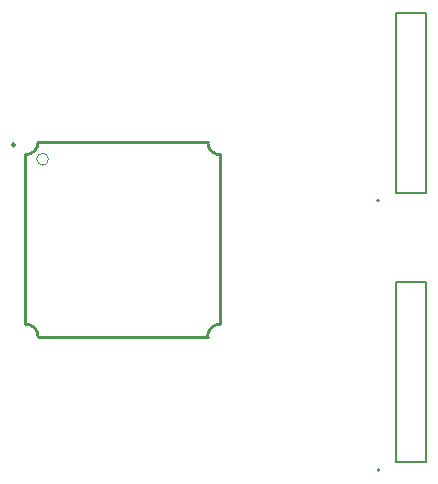
<source format=gto>
G04*
G04 #@! TF.GenerationSoftware,Altium Limited,Altium Designer,23.8.1 (32)*
G04*
G04 Layer_Color=65535*
%FSLAX44Y44*%
%MOMM*%
G71*
G04*
G04 #@! TF.SameCoordinates,DF38465C-164B-46F8-8289-0D746A6B0DDA*
G04*
G04*
G04 #@! TF.FilePolarity,Positive*
G04*
G01*
G75*
%ADD10C,0.2000*%
%ADD11C,0.1000*%
%ADD12C,0.2500*%
%ADD13C,0.2540*%
D10*
X-48870Y246655D02*
G03*
X-48870Y246655I-1000J0D01*
G01*
X-48475Y18358D02*
G03*
X-48475Y18358I-1000J0D01*
G01*
X-34870Y253155D02*
X-9470D01*
X-34870Y405555D02*
X-9470D01*
X-34870Y253155D02*
Y405555D01*
X-9470Y253155D02*
Y405555D01*
X-34475Y24858D02*
X-9075D01*
X-34475Y177258D02*
X-9075D01*
X-34475Y24858D02*
Y177258D01*
X-9075Y24858D02*
Y177258D01*
D11*
X-328807Y281631D02*
G03*
X-328807Y281631I-5000J0D01*
G01*
D12*
X-357307Y293681D02*
G03*
X-357307Y293681I-1250J0D01*
G01*
D13*
X-348397Y285321D02*
G03*
X-337497Y296221I0J10900D01*
G01*
Y131121D02*
G03*
X-348397Y142021I-10900J-0D01*
G01*
X-183297Y142021D02*
G03*
X-194197Y131121I0J-10900D01*
G01*
Y296221D02*
G03*
X-183297Y285321I10900J0D01*
G01*
X-348397Y213671D02*
Y285321D01*
Y142021D02*
Y213671D01*
X-337497Y131121D02*
X-265847D01*
X-194197D01*
X-183297Y142021D02*
Y213671D01*
Y285321D01*
X-265847Y296221D02*
X-194197D01*
X-337497D02*
X-265847D01*
X-348397Y142021D02*
Y213671D01*
M02*

</source>
